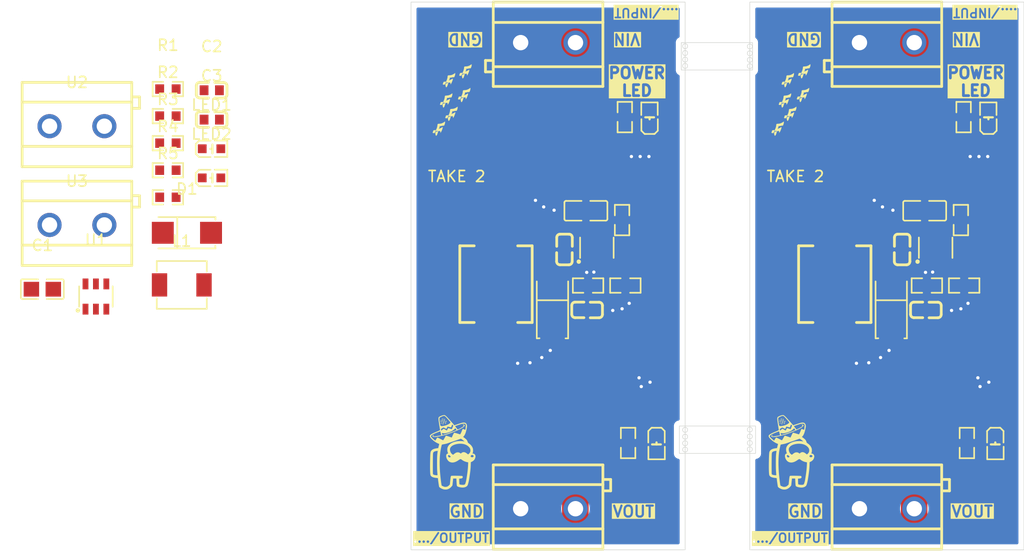
<source format=kicad_pcb>
(kicad_pcb (version 20241229) (generator "pcbnew") (generator_version "9.0")
  (layers (0 "F.Cu" signal) (2 "B.Cu" signal) (13 "F.Paste" user) (15 "B.Paste" user) (5 "F.SilkS" user "F.Silkscreen") (7 "B.SilkS" user "B.Silkscreen") (1 "F.Mask" user) (3 "B.Mask" user) (25 "Edge.Cuts" user))
  (net 0 "")
  (net 1 "/VIN")
  (net 2 "/GND")
  (net 3 "/VOUT")
  (net 4 "Net-(U1-BST)")
  (net 5 "Net-(D1-K)")
  (net 6 "Net-(LED1-A)")
  (net 7 "Net-(LED2-A)")
  (net 8 "Net-(U1-FB)")
  (net 9 "Net-(U1-EN)")
  (footprint "easyeda2kicad:LED0603-R-RD" (layer "F.Cu") (at 181.405 57.74)
    (property "Reference" "LED1" (at 0 -4 0) (layer "F.SilkS"))
    (property "Value" "VIN LED")
    (pad "1" smd rect (at 0.85 0 90) (size 0.8 0.8) (layers "F.Cu" "F.Mask" "F.Paste") (net 6 "Net-(LED1-A)"))
    (pad "2" smd rect (at -0.85 0 90) (size 0.8 0.8) (layers "F.Cu" "F.Mask" "F.Paste") (net 2 "/GND"))
  )
  (footprint "easyeda2kicad:CONN-TH_P5.00_KF301-5.0-2P" (layer "F.Cu") (at 169.13 55.68)
    (property "Reference" "U2" (at 0 -4 0) (layer "F.SilkS"))
    (property "Value" "INPUT")
    (pad "1" thru_hole circle (at -2.5 0) (size 2.2 2.2) (drill 1.399997) (layers "*.Cu" "*.Mask") (net 1 "/VIN"))
    (pad "2" thru_hole circle (at 2.5 0) (size 2.2 2.2) (drill 1.399997) (layers "*.Cu" "*.Mask") (net 2 "/GND"))
  )
  (footprint "easyeda2kicad:C0603" (layer "F.Cu") (at 213.6 66.925 90)
    (property "Reference" "C3" (hide yes))
    (property "Value" "100nF/16V" (hide yes))
    (pad "1" smd rect (at -0.7 0 90) (size 0.8 0.9) (layers "F.Cu" "F.Mask" "F.Paste") (net 4 "Net-(U1-BST)"))
    (pad "2" smd rect (at 0.7 0 90) (size 0.8 0.9) (layers "F.Cu" "F.Mask" "F.Paste") (net 5 "Net-(D1-K)"))
  )
  (footprint "LOGO" (layer "F.Cu") (at 232.945334 83.847373)
    (property "Reference" "G***" (hide yes))
    (property "Value" "LOGO" (hide yes))
  )
  (footprint "easyeda2kicad:C0603" (layer "F.Cu") (at 244.4 66.925 90)
    (property "Reference" "C3" (hide yes))
    (property "Value" "100nF/16V" (hide yes))
    (pad "1" smd rect (at -0.7 0 90) (size 0.8 0.9) (layers "F.Cu" "F.Mask" "F.Paste") (net 4 "Net-(U1-BST)"))
    (pad "2" smd rect (at 0.7 0 90) (size 0.8 0.9) (layers "F.Cu" "F.Mask" "F.Paste") (net 5 "Net-(D1-K)"))
  )
  (footprint "LOGO" (layer "F.Cu") (at 202.045334 83.847373)
    (property "Reference" "G***" (hide yes))
    (property "Value" "LOGO" (hide yes))
  )
  (footprint "LOGO" (layer "F.Cu") (at 234.3 53.25 180)
    (property "Reference" "G***" (hide yes))
    (property "Value" "LOGO" (hide yes))
  )
  (footprint "easyeda2kicad:SMA_L4.3-W2.6-LS5.2-RD" (layer "F.Cu") (at 243.4 72.45 -90)
    (property "Reference" "D1" (hide yes))
    (property "Value" "SS34" (hide yes))
    (pad "1" smd rect (at -2.2 0 90) (size 2 2) (layers "F.Cu" "F.Mask" "F.Paste") (net 5 "Net-(D1-K)"))
    (pad "2" smd rect (at 2.2 0 90) (size 2 2) (layers "F.Cu" "F.Mask" "F.Paste") (net 2 "/GND"))
  )
  (footprint "easyeda2kicad:LED0603-R-RD" (layer "F.Cu") (at 181.405 60.4)
    (property "Reference" "LED2" (at 0 -4 0) (layer "F.SilkS"))
    (property "Value" "VIN LED")
    (pad "1" smd rect (at 0.85 0 90) (size 0.8 0.8) (layers "F.Cu" "F.Mask" "F.Paste") (net 7 "Net-(LED2-A)"))
    (pad "2" smd rect (at -0.85 0 90) (size 0.8 0.8) (layers "F.Cu" "F.Mask" "F.Paste") (net 2 "/GND"))
  )
  (footprint "easyeda2kicad:R0603" (layer "F.Cu") (at 250.05 70.225 180)
    (property "Reference" "R2" (hide yes))
    (property "Value" "RG" (hide yes))
    (pad "1" smd rect (at -0.75 0 180) (size 0.81 0.86) (layers "F.Cu" "F.Mask" "F.Paste") (net 2 "/GND"))
    (pad "2" smd rect (at 0.75 0 180) (size 0.81 0.86) (layers "F.Cu" "F.Mask" "F.Paste") (net 8 "Net-(U1-FB)"))
  )
  (footprint "easyeda2kicad:SMA_L4.3-W2.6-LS5.2-RD" (layer "F.Cu") (at 179.16 65.41)
    (property "Reference" "D1" (at 0 -4 0) (layer "F.SilkS"))
    (property "Value" "SS34")
    (pad "1" smd rect (at -2.2 0 180) (size 2 2) (layers "F.Cu" "F.Mask" "F.Paste") (net 5 "Net-(D1-K)"))
    (pad "2" smd rect (at 2.2 0 180) (size 2 2) (layers "F.Cu" "F.Mask" "F.Paste") (net 2 "/GND"))
  )
  (footprint "easyeda2kicad:R0603" (layer "F.Cu") (at 177.425 59.7)
    (property "Reference" "R4" (at 0 -4 0) (layer "F.SilkS"))
    (property "Value" "60K")
    (pad "1" smd rect (at -0.75 0) (size 0.81 0.86) (layers "F.Cu" "F.Mask" "F.Paste") (net 6 "Net-(LED1-A)"))
    (pad "2" smd rect (at 0.75 0) (size 0.81 0.86) (layers "F.Cu" "F.Mask" "F.Paste") (net 1 "/VIN"))
  )
  (footprint "LOGO" (layer "F.Cu") (at 203.4 53.25 180)
    (property "Reference" "G***" (hide yes))
    (property "Value" "LOGO" (hide yes))
  )
  (footprint "easyeda2kicad:IND-SMD_L7.0-W6.6_0630CDMCCDS" (layer "F.Cu") (at 238.25 70.1 90)
    (property "Reference" "L1" (hide yes))
    (property "Value" "10uH" (hide yes))
    (pad "1" smd rect (at -3.03 0 90) (size 2.35 3.5) (layers "F.Cu" "F.Mask" "F.Paste") (net 3 "/VOUT"))
    (pad "2" smd rect (at 3.03 0 90) (size 2.35 3.5) (layers "F.Cu" "F.Mask" "F.Paste") (net 5 "Net-(D1-K)"))
  )
  (footprint "easyeda2kicad:R0603" (layer "F.Cu") (at 246.65 70.225 180)
    (property "Reference" "R1" (hide yes))
    (property "Value" "RF" (hide yes))
    (pad "1" smd rect (at -0.75 0 180) (size 0.81 0.86) (layers "F.Cu" "F.Mask" "F.Paste") (net 8 "Net-(U1-FB)"))
    (pad "2" smd rect (at 0.75 0 180) (size 0.81 0.86) (layers "F.Cu" "F.Mask" "F.Paste") (net 3 "/VOUT"))
  )
  (footprint "easyeda2kicad:C0603" (layer "F.Cu") (at 181.425 55.08)
    (property "Reference" "C3" (at 0 -4 0) (layer "F.SilkS"))
    (property "Value" "100nF/16V")
    (pad "1" smd rect (at -0.7 0) (size 0.8 0.9) (layers "F.Cu" "F.Mask" "F.Paste") (net 4 "Net-(U1-BST)"))
    (pad "2" smd rect (at 0.7 0) (size 0.8 0.9) (layers "F.Cu" "F.Mask" "F.Paste") (net 5 "Net-(D1-K)"))
  )
  (footprint "easyeda2kicad:R0603" (layer "F.Cu") (at 218.85 64.25 -90)
    (property "Reference" "R3" (hide yes))
    (property "Value" "RF" (hide yes))
    (pad "1" smd rect (at -0.75 0 270) (size 0.81 0.86) (layers "F.Cu" "F.Mask" "F.Paste") (net 1 "/VIN"))
    (pad "2" smd rect (at 0.75 0 270) (size 0.81 0.86) (layers "F.Cu" "F.Mask" "F.Paste") (net 9 "Net-(U1-EN)"))
  )
  (footprint "easyeda2kicad:R0603" (layer "F.Cu") (at 250.3 84.6 90)
    (property "Reference" "R5" (hide yes))
    (property "Value" "1K" (hide yes))
    (pad "1" smd rect (at -0.75 0 90) (size 0.81 0.86) (layers "F.Cu" "F.Mask" "F.Paste") (net 7 "Net-(LED2-A)"))
    (pad "2" smd rect (at 0.75 0 90) (size 0.81 0.86) (layers "F.Cu" "F.Mask" "F.Paste") (net 3 "/VOUT"))
  )
  (footprint "easyeda2kicad:C0805" (layer "F.Cu") (at 246.45 63.4)
    (property "Reference" "C1" (hide yes))
    (property "Value" "10uF/50V" (hide yes))
    (pad "1" smd rect (at -1 0) (size 1.41 1.35) (layers "F.Cu" "F.Mask" "F.Paste") (net 2 "/GND"))
    (pad "2" smd rect (at 1 0) (size 1.41 1.35) (layers "F.Cu" "F.Mask" "F.Paste") (net 1 "/VIN"))
  )
  (footprint "easyeda2kicad:C0603" (layer "F.Cu") (at 181.425 52.4)
    (property "Reference" "C2" (at 0 -4 0) (layer "F.SilkS"))
    (property "Value" "10uF/10V")
    (pad "1" smd rect (at -0.7 0) (size 0.8 0.9) (layers "F.Cu" "F.Mask" "F.Paste") (net 2 "/GND"))
    (pad "2" smd rect (at 0.7 0) (size 0.8 0.9) (layers "F.Cu" "F.Mask" "F.Paste") (net 3 "/VOUT"))
  )
  (footprint "easyeda2kicad:R0603" (layer "F.Cu") (at 219.15 70.225 180)
    (property "Reference" "R2" (hide yes))
    (property "Value" "RG" (hide yes))
    (pad "1" smd rect (at -0.75 0 180) (size 0.81 0.86) (layers "F.Cu" "F.Mask" "F.Paste") (net 2 "/GND"))
    (pad "2" smd rect (at 0.75 0 180) (size 0.81 0.86) (layers "F.Cu" "F.Mask" "F.Paste") (net 8 "Net-(U1-FB)"))
  )
  (footprint "easyeda2kicad:R0603" (layer "F.Cu") (at 177.425 52.29)
    (property "Reference" "R1" (at 0 -4 0) (layer "F.SilkS"))
    (property "Value" "RF")
    (pad "1" smd rect (at -0.75 0) (size 0.81 0.86) (layers "F.Cu" "F.Mask" "F.Paste") (net 8 "Net-(U1-FB)"))
    (pad "2" smd rect (at 0.75 0) (size 0.81 0.86) (layers "F.Cu" "F.Mask" "F.Paste") (net 3 "/VOUT"))
  )
  (footprint "easyeda2kicad:R0603" (layer "F.Cu") (at 177.425 54.76)
    (property "Reference" "R2" (at 0 -4 0) (layer "F.SilkS"))
    (property "Value" "RG")
    (pad "1" smd rect (at -0.75 0) (size 0.81 0.86) (layers "F.Cu" "F.Mask" "F.Paste") (net 2 "/GND"))
    (pad "2" smd rect (at 0.75 0) (size 0.81 0.86) (layers "F.Cu" "F.Mask" "F.Paste") (net 8 "Net-(U1-FB)"))
  )
  (footprint "easyeda2kicad:C0805" (layer "F.Cu") (at 215.55 63.4)
    (property "Reference" "C1" (hide yes))
    (property "Value" "10uF/50V" (hide yes))
    (pad "1" smd rect (at -1 0) (size 1.41 1.35) (layers "F.Cu" "F.Mask" "F.Paste") (net 2 "/GND"))
    (pad "2" smd rect (at 1 0) (size 1.41 1.35) (layers "F.Cu" "F.Mask" "F.Paste") (net 1 "/VIN"))
  )
  (footprint "easyeda2kicad:CONN-TH_P5.00_KF301-5.0-2P" (layer "F.Cu") (at 212.1 48.05 180)
    (property "Reference" "U2" (hide yes))
    (property "Value" "INPUT" (hide yes))
    (pad "1" thru_hole circle (at -2.5 0 180) (size 2.2 2.2) (drill 1.399997) (layers "*.Cu" "*.Mask") (net 1 "/VIN"))
    (pad "2" thru_hole circle (at 2.5 0 180) (size 2.2 2.2) (drill 1.399997) (layers "*.Cu" "*.Mask") (net 2 "/GND"))
  )
  (footprint "easyeda2kicad:R0603" (layer "F.Cu") (at 215.75 70.225 180)
    (property "Reference" "R1" (hide yes))
    (property "Value" "RF" (hide yes))
    (pad "1" smd rect (at -0.75 0 180) (size 0.81 0.86) (layers "F.Cu" "F.Mask" "F.Paste") (net 8 "Net-(U1-FB)"))
    (pad "2" smd rect (at 0.75 0 180) (size 0.81 0.86) (layers "F.Cu" "F.Mask" "F.Paste") (net 3 "/VOUT"))
  )
  (footprint "easyeda2kicad:C0805" (layer "F.Cu") (at 165.975 70.56)
    (property "Reference" "C1" (at 0 -4 0) (layer "F.SilkS"))
    (property "Value" "10uF/50V")
    (pad "1" smd rect (at -1 0) (size 1.41 1.35) (layers "F.Cu" "F.Mask" "F.Paste") (net 2 "/GND"))
    (pad "2" smd rect (at 1 0) (size 1.41 1.35) (layers "F.Cu" "F.Mask" "F.Paste") (net 1 "/VIN"))
  )
  (footprint "easyeda2kicad:SOT-23-6_L2.9-W1.7-P0.95-LS2.8-BL" (layer "F.Cu") (at 247.45 66.775)
    (property "Reference" "U1" (hide yes))
    (property "Value" "LGS5145" (hide yes))
    (pad "1" smd rect (at -0.95 1.15) (size 0.53 0.99) (layers "F.Cu" "F.Mask" "F.Paste") (net 4 "Net-(U1-BST)"))
    (pad "2" smd rect (at 0 1.15) (size 0.53 0.99) (layers "F.Cu" "F.Mask" "F.Paste") (net 2 "/GND"))
    (pad "3" smd rect (at 0.95 1.15) (size 0.53 0.99) (layers "F.Cu" "F.Mask" "F.Paste") (net 8 "Net-(U1-FB)"))
    (pad "4" smd rect (at 0.95 -1.15) (size 0.53 0.99) (layers "F.Cu" "F.Mask" "F.Paste") (net 9 "Net-(U1-EN)"))
    (pad "5" smd rect (at 0 -1.15) (size 0.53 0.99) (layers "F.Cu" "F.Mask" "F.Paste") (net 1 "/VIN"))
    (pad "6" smd rect (at -0.95 -1.15) (size 0.53 0.99) (layers "F.Cu" "F.Mask" "F.Paste") (net 5 "Net-(D1-K)"))
  )
  (footprint "easyeda2kicad:SOT-23-6_L2.9-W1.7-P0.95-LS2.8-BL" (layer "F.Cu") (at 170.86 71.23)
    (property "Reference" "U1" (at 0 -5.15 0) (layer "F.SilkS"))
    (property "Value" "LGS5145")
    (pad "1" smd rect (at -0.95 1.15) (size 0.53 0.99) (layers "F.Cu" "F.Mask" "F.Paste") (net 4 "Net-(U1-BST)"))
    (pad "2" smd rect (at 0 1.15) (size 0.53 0.99) (layers "F.Cu" "F.Mask" "F.Paste") (net 2 "/GND"))
    (pad "3" smd rect (at 0.95 1.15) (size 0.53 0.99) (layers "F.Cu" "F.Mask" "F.Paste") (net 8 "Net-(U1-FB)"))
    (pad "4" smd rect (at 0.95 -1.15) (size 0.53 0.99) (layers "F.Cu" "F.Mask" "F.Paste") (net 9 "Net-(U1-EN)"))
    (pad "5" smd rect (at 0 -1.15) (size 0.53 0.99) (layers "F.Cu" "F.Mask" "F.Paste") (net 1 "/VIN"))
    (pad "6" smd rect (at -0.95 -1.15) (size 0.53 0.99) (layers "F.Cu" "F.Mask" "F.Paste") (net 5 "Net-(D1-K)"))
  )
  (footprint "easyeda2kicad:R0603" (layer "F.Cu") (at 219.4 84.6 90)
    (property "Reference" "R5" (hide yes))
    (property "Value" "1K" (hide yes))
    (pad "1" smd rect (at -0.75 0 90) (size 0.81 0.86) (layers "F.Cu" "F.Mask" "F.Paste") (net 7 "Net-(LED2-A)"))
    (pad "2" smd rect (at 0.75 0 90) (size 0.81 0.86) (layers "F.Cu" "F.Mask" "F.Paste") (net 3 "/VOUT"))
  )
  (footprint "easyeda2kicad:LED0603-R-RD" (layer "F.Cu") (at 252.25 54.95 90)
    (property "Reference" "LED1" (hide yes))
    (property "Value" "VIN LED" (hide yes))
    (pad "1" smd rect (at 0.85 0 180) (size 0.8 0.8) (layers "F.Cu" "F.Mask" "F.Paste") (net 6 "Net-(LED1-A)"))
    (pad "2" smd rect (at -0.85 0 180) (size 0.8 0.8) (layers "F.Cu" "F.Mask" "F.Paste") (net 2 "/GND"))
  )
  (footprint "easyeda2kicad:CONN-TH_P5.00_KF301-5.0-2P" (layer "F.Cu") (at 243 90.6)
    (property "Reference" "U3" (hide yes))
    (property "Value" "OUTPUT" (hide yes))
    (pad "1" thru_hole circle (at -2.5 0) (size 2.2 2.2) (drill 1.399997) (layers "*.Cu" "*.Mask") (net 2 "/GND"))
    (pad "2" thru_hole circle (at 2.5 0) (size 2.2 2.2) (drill 1.399997) (layers "*.Cu" "*.Mask") (net 3 "/VOUT"))
  )
  (footprint "easyeda2kicad:CONN-TH_P5.00_KF301-5.0-2P" (layer "F.Cu") (at 169.13 64.695)
    (property "Reference" "U3" (at 0 -4 0) (layer "F.SilkS"))
    (property "Value" "OUTPUT")
    (pad "1" thru_hole circle (at -2.5 0) (size 2.2 2.2) (drill 1.399997) (layers "*.Cu" "*.Mask") (net 2 "/GND"))
    (pad "2" thru_hole circle (at 2.5 0) (size 2.2 2.2) (drill 1.399997) (layers "*.Cu" "*.Mask") (net 3 "/VOUT"))
  )
  (footprint "easyeda2kicad:SOT-23-6_L2.9-W1.7-P0.95-LS2.8-BL" (layer "F.Cu") (at 216.55 66.775)
    (property "Reference" "U1" (hide yes))
    (property "Value" "LGS5145" (hide yes))
    (pad "1" smd rect (at -0.95 1.15) (size 0.53 0.99) (layers "F.Cu" "F.Mask" "F.Paste") (net 4 "Net-(U1-BST)"))
    (pad "2" smd rect (at 0 1.15) (size 0.53 0.99) (layers "F.Cu" "F.Mask" "F.Paste") (net 2 "/GND"))
    (pad "3" smd rect (at 0.95 1.15) (size 0.53 0.99) (layers "F.Cu" "F.Mask" "F.Paste") (net 8 "Net-(U1-FB)"))
    (pad "4" smd rect (at 0.95 -1.15) (size 0.53 0.99) (layers "F.Cu" "F.Mask" "F.Paste") (net 9 "Net-(U1-EN)"))
    (pad "5" smd rect (at 0 -1.15) (size 0.53 0.99) (layers "F.Cu" "F.Mask" "F.Paste") (net 1 "/VIN"))
    (pad "6" smd rect (at -0.95 -1.15) (size 0.53 0.99) (layers "F.Cu" "F.Mask" "F.Paste") (net 5 "Net-(D1-K)"))
  )
  (footprint "easyeda2kicad:R0603" (layer "F.Cu") (at 177.425 62.17)
    (property "Reference" "R5" (at 0 -4 0) (layer "F.SilkS"))
    (property "Value" "1K")
    (pad "1" smd rect (at -0.75 0) (size 0.81 0.86) (layers "F.Cu" "F.Mask" "F.Paste") (net 7 "Net-(LED2-A)"))
    (pad "2" smd rect (at 0.75 0) (size 0.81 0.86) (layers "F.Cu" "F.Mask" "F.Paste") (net 3 "/VOUT"))
  )
  (footprint "easyeda2kicad:CONN-TH_P5.00_KF301-5.0-2P" (layer "F.Cu") (at 212.1 90.6)
    (property "Reference" "U3" (hide yes))
    (property "Value" "OUTPUT" (hide yes))
    (pad "1" thru_hole circle (at -2.5 0) (size 2.2 2.2) (drill 1.399997) (layers "*.Cu" "*.Mask") (net 2 "/GND"))
    (pad "2" thru_hole circle (at 2.5 0) (size 2.2 2.2) (drill 1.399997) (layers "*.Cu" "*.Mask") (net 3 "/VOUT"))
  )
  (footprint "easyeda2kicad:R0603" (layer "F.Cu") (at 177.425 57.23)
    (property "Reference" "R3" (at 0 -4 0) (layer "F.SilkS"))
    (property "Value" "RF")
    (pad "1" smd rect (at -0.75 0) (size 0.81 0.86) (layers "F.Cu" "F.Mask" "F.Paste") (net 1 "/VIN"))
    (pad "2" smd rect (at 0.75 0) (size 0.81 0.86) (layers "F.Cu" "F.Mask" "F.Paste") (net 9 "Net-(U1-EN)"))
  )
  (footprint "easyeda2kicad:IND-SMD_L7.0-W6.6_0630CDMCCDS" (layer "F.Cu") (at 207.35 70.1 90)
    (property "Reference" "L1" (hide yes))
    (property "Value" "10uH" (hide yes))
    (pad "1" smd rect (at -3.03 0 90) (size 2.35 3.5) (layers "F.Cu" "F.Mask" "F.Paste") (net 3 "/VOUT"))
    (pad "2" smd rect (at 3.03 0 90) (size 2.35 3.5) (layers "F.Cu" "F.Mask" "F.Paste") (net 5 "Net-(D1-K)"))
  )
  (footprint "easyeda2kicad:LED0603-R-RD" (layer "F.Cu") (at 221.35 54.95 90)
    (property "Reference" "LED1" (hide yes))
    (property "Value" "VIN LED" (hide yes))
    (pad "1" smd rect (at 0.85 0 180) (size 0.8 0.8) (layers "F.Cu" "F.Mask" "F.Paste") (net 6 "Net-(LED1-A)"))
    (pad "2" smd rect (at -0.85 0 180) (size 0.8 0.8) (layers "F.Cu" "F.Mask" "F.Paste") (net 2 "/GND"))
  )
  (footprint "easyeda2kicad:LED0603-R-RD" (layer "F.Cu") (at 222 84.65 -90)
    (property "Reference" "LED2" (hide yes))
    (property "Value" "VIN LED" (hide yes))
    (pad "1" smd rect (at 0.85 0) (size 0.8 0.8) (layers "F.Cu" "F.Mask" "F.Paste") (net 7 "Net-(LED2-A)"))
    (pad "2" smd rect (at -0.85 0) (size 0.8 0.8) (layers "F.Cu" "F.Mask" "F.Paste") (net 2 "/GND"))
  )
  (footprint "easyeda2kicad:R0603" (layer "F.Cu") (at 219.1 54.85 -90)
    (property "Reference" "R4" (hide yes))
    (property "Value" "60K" (hide yes))
    (pad "1" smd rect (at -0.75 0 270) (size 0.81 0.86) (layers "F.Cu" "F.Mask" "F.Paste") (net 6 "Net-(LED1-A)"))
    (pad "2" smd rect (at 0.75 0 270) (size 0.81 0.86) (layers "F.Cu" "F.Mask" "F.Paste") (net 1 "/VIN"))
  )
  (footprint "easyeda2kicad:C0603" (layer "F.Cu") (at 246.55 72.45 180)
    (property "Reference" "C2" (hide yes))
    (property "Value" "10uF/10V" (hide yes))
    (pad "1" smd rect (at -0.7 0 180) (size 0.8 0.9) (layers "F.Cu" "F.Mask" "F.Paste") (net 2 "/GND"))
    (pad "2" smd rect (at 0.7 0 180) (size 0.8 0.9) (layers "F.Cu" "F.Mask" "F.Paste") (net 3 "/VOUT"))
  )
  (footprint "easyeda2kicad:C0603" (layer "F.Cu") (at 215.65 72.45 180)
    (property "Reference" "C2" (hide yes))
    (property "Value" "10uF/10V" (hide yes))
    (pad "1" smd rect (at -0.7 0 180) (size 0.8 0.9) (layers "F.Cu" "F.Mask" "F.Paste") (net 2 "/GND"))
    (pad "2" smd rect (at 0.7 0 180) (size 0.8 0.9) (layers "F.Cu" "F.Mask" "F.Paste") (net 3 "/VOUT"))
  )
  (footprint "easyeda2kicad:IND-SMD_L4.4-W4.2" (layer "F.Cu") (at 178.69 70.17)
    (property "Reference" "L1" (at 0 -4 0) (layer "F.SilkS"))
    (property "Value" "FXL0420-4R7-M")
    (pad "1" smd rect (at 2.03 0) (size 1.4 2.12) (layers "F.Cu" "F.Mask" "F.Paste") (net 3 "/VOUT"))
    (pad "2" smd rect (at -2.03 0) (size 1.4 2.12) (layers "F.Cu" "F.Mask" "F.Paste") (net 5 "Net-(D1-K)"))
  )
  (footprint "easyeda2kicad:R0603" (layer "F.Cu") (at 250 54.85 -90)
    (property "Reference" "R4" (hide yes))
    (property "Value" "60K" (hide yes))
    (pad "1" smd rect (at -0.75 0 270) (size 0.81 0.86) (layers "F.Cu" "F.Mask" "F.Paste") (net 6 "Net-(LED1-A)"))
    (pad "2" smd rect (at 0.75 0 270) (size 0.81 0.86) (layers "F.Cu" "F.Mask" "F.Paste") (net 1 "/VIN"))
  )
  (footprint "easyeda2kicad:LED0603-R-RD" (layer "F.Cu") (at 252.9 84.65 -90)
    (property "Reference" "LED2" (hide yes))
    (property "Value" "VIN LED" (hide yes))
    (pad "1" smd rect (at 0.85 0) (size 0.8 0.8) (layers "F.Cu" "F.Mask" "F.Paste") (net 7 "Net-(LED2-A)"))
    (pad "2" smd rect (at -0.85 0) (size 0.8 0.8) (layers "F.Cu" "F.Mask" "F.Paste") (net 2 "/GND"))
  )
  (footprint "easyeda2kicad:SMA_L4.3-W2.6-LS5.2-RD" (layer "F.Cu") (at 212.5 72.45 -90)
    (property "Reference" "D1" (hide yes))
    (property "Value" "SS34" (hide yes))
    (pad "1" smd rect (at -2.2 0 90) (size 2 2) (layers "F.Cu" "F.Mask" "F.Paste") (net 5 "Net-(D1-K)"))
    (pad "2" smd rect (at 2.2 0 90) (size 2 2) (layers "F.Cu" "F.Mask" "F.Paste") (net 2 "/GND"))
  )
  (footprint "easyeda2kicad:R0603" (layer "F.Cu") (at 249.75 64.25 -90)
    (property "Reference" "R3" (hide yes))
    (property "Value" "RF" (hide yes))
    (pad "1" smd rect (at -0.75 0 270) (size 0.81 0.86) (layers "F.Cu" "F.Mask" "F.Paste") (net 1 "/VIN"))
    (pad "2" smd rect (at 0.75 0 270) (size 0.81 0.86) (layers "F.Cu" "F.Mask" "F.Paste") (net 9 "Net-(U1-EN)"))
  )
  (footprint "easyeda2kicad:CONN-TH_P5.00_KF301-5.0-2P" (layer "F.Cu") (at 243 48.05 180)
    (property "Reference" "U2" (hide yes))
    (property "Value" "INPUT" (hide yes))
    (pad "1" thru_hole circle (at -2.5 0 180) (size 2.2 2.2) (drill 1.399997) (layers "*.Cu" "*.Mask") (net 1 "/VIN"))
    (pad "2" thru_hole circle (at 2.5 0 180) (size 2.2 2.2) (drill 1.399997) (layers "*.Cu" "*.Mask") (net 2 "/GND"))
  )
  (gr_circle (center 230.5 84) (end 230.725 84) (stroke (width 0.05)) (fill no) (layer "Edge.Cuts"))
  (gr_circle (center 224.6 50.175) (end 224.825 50.175) (stroke (width 0.05)) (fill no) (layer "Edge.Cuts"))
  (gr_rect (start 224.075 83.05) (end 231.025 85.55) (stroke (width 0.05)) (fill no) (layer "Edge.Cuts"))
  (gr_circle (center 224.6 85.2) (end 224.825 85.2) (stroke (width 0.05)) (fill no) (layer "Edge.Cuts"))
  (gr_circle (center 230.5 49.625) (end 230.725 49.625) (stroke (width 0.05)) (fill no) (layer "Edge.Cuts"))
  (gr_rect (start 199.6 44.35) (end 224.6 94.35) (stroke (width 0.05)) (fill no) (layer "Edge.Cuts"))
  (gr_circle (center 230.5 49.025) (end 230.725 49.025) (stroke (width 0.05)) (fill no) (layer "Edge.Cuts"))
  (gr_circle (center 230.5 48.4) (end 230.725 48.4) (stroke (width 0.05)) (fill no) (layer "Edge.Cuts"))
  (gr_circle (center 224.6 83.4) (end 224.825 83.4) (stroke (width 0.05)) (fill no) (layer "Edge.Cuts"))
  (gr_circle (center 224.6 49.6) (end 224.825 49.6) (stroke (width 0.05)) (fill no) (layer "Edge.Cuts"))
  (gr_circle (center 230.5 83.375) (end 230.725 83.375) (stroke (width 0.05)) (fill no) (layer "Edge.Cuts"))
  (gr_rect (start 230.5 44.35) (end 255.5 94.35) (stroke (width 0.05)) (fill no) (layer "Edge.Cuts"))
  (gr_circle (center 224.6 84.025) (end 224.825 84.025) (stroke (width 0.05)) (fill no) (layer "Edge.Cuts"))
  (gr_circle (center 230.5 85.175) (end 230.725 85.175) (stroke (width 0.05)) (fill no) (layer "Edge.Cuts"))
  (gr_circle (center 224.6 49) (end 224.825 49) (stroke (width 0.05)) (fill no) (layer "Edge.Cuts"))
  (gr_rect (start 224.25 48.05) (end 230.75 50.55) (stroke (width 0.05)) (fill no) (layer "Edge.Cuts"))
  (gr_circle (center 224.6 48.375) (end 224.825 48.375) (stroke (width 0.05)) (fill no) (layer "Edge.Cuts"))
  (gr_circle (center 224.6 84.625) (end 224.825 84.625) (stroke (width 0.05)) (fill no) (layer "Edge.Cuts"))
  (gr_circle (center 230.5 50.2) (end 230.725 50.2) (stroke (width 0.05)) (fill no) (layer "Edge.Cuts"))
  (gr_circle (center 230.5 84.6) (end 230.725 84.6) (stroke (width 0.05)) (fill no) (layer "Edge.Cuts"))
  (gr_text "TAKE 2" (at 201.05 60.85 0) (layer "F.SilkS") (effects (font (size 1 1)) (justify left bottom)))
  (gr_text "VOUT\n" (at 248.8 91.45 0) (layer "F.SilkS" knockout) (effects (font (size 1 1) (thickness 0.2) (bold yes)) (justify left bottom)))
  (gr_text "..../INPUT" (at 255 44.85 180) (layer "F.SilkS" knockout) (effects (font (size 0.8 0.8) (thickness 0.16) (bold yes)) (justify left bottom)))
  (gr_text "GND\n" (at 233.9 91.45 0) (layer "F.SilkS" knockout) (effects (font (size 1 1) (thickness 0.2) (bold yes)) (justify left bottom)))
  (gr_text "GND" (at 237.1 47.15 180) (layer "F.SilkS" knockout) (effects (font (size 1 1) (thickness 0.2) (bold yes)) (justify left bottom)))
  (gr_text "TAKE 2" (at 231.95 60.85 0) (layer "F.SilkS") (effects (font (size 1 1)) (justify left bottom)))
  (gr_text "POWER\nLED" (at 251.1 53.025 0) (layer "F.SilkS" knockout) (effects (font (size 1 1) (thickness 0.25) (bold yes)) (justify bottom)))
  (gr_text "VIN" (at 251.5 47.15 180) (layer "F.SilkS" knockout) (effects (font (size 1 1) (thickness 0.2) (bold yes)) (justify left bottom)))
  (gr_text "GND\n" (at 203 91.45 0) (layer "F.SilkS" knockout) (effects (font (size 1 1) (thickness 0.2) (bold yes)) (justify left bottom)))
  (gr_text "VIN" (at 220.6 47.15 180) (layer "F.SilkS" knockout) (effects (font (size 1 1) (thickness 0.2) (bold yes)) (justify left bottom)))
  (gr_text "VOUT\n" (at 217.9 91.45 0) (layer "F.SilkS" knockout) (effects (font (size 1 1) (thickness 0.2) (bold yes)) (justify left bottom)))
  (gr_text "..../OUTPUT" (at 199.7 93.75 0) (layer "F.SilkS" knockout) (effects (font (size 0.8 0.8) (thickness 0.16) (bold yes)) (justify left bottom)))
  (gr_text "POWER\nLED" (at 220.2 53.025 0) (layer "F.SilkS" knockout) (effects (font (size 1 1) (thickness 0.25) (bold yes)) (justify bottom)))
  (gr_text "..../OUTPUT" (at 230.6 93.75 0) (layer "F.SilkS" knockout) (effects (font (size 0.8 0.8) (thickness 0.16) (bold yes)) (justify left bottom)))
  (gr_text "..../INPUT" (at 224.1 44.85 180) (layer "F.SilkS" knockout) (effects (font (size 0.8 0.8) (thickness 0.16) (bold yes)) (justify left bottom)))
  (gr_text "GND" (at 206.2 47.15 180) (layer "F.SilkS" knockout) (effects (font (size 1 1) (thickness 0.2) (bold yes)) (justify left bottom)))
  (segment (start 217.85 55.6) (end 214.6 52.35) (width 0.4) (layer "F.Cu") (net 1))
  (segment (start 250 55.6) (end 248.75 55.6) (width 0.4) (layer "F.Cu") (net 1))
  (segment (start 245.5 52.35) (end 245.5 48.05) (width 0.4) (layer "F.Cu") (net 1))
  (segment (start 214.6 52.35) (end 214.6 48.05) (width 0.4) (layer "F.Cu") (net 1))
  (segment (start 248.75 55.6) (end 245.5 52.35) (width 0.4) (layer "F.Cu") (net 1))
  (segment (start 219.1 55.6) (end 217.85 55.6) (width 0.4) (layer "F.Cu") (net 1))
  (via (at 221.3 58.45) (size 0.6) (drill 0.3) (layers "F.Cu" "B.Cu") (net 2))
  (via (at 209.325 77.325) (size 0.6) (drill 0.3) (layers "F.Cu" "B.Cu") (net 2))
  (via (at 251.5 79.45) (size 0.6) (drill 0.3) (layers "F.Cu" "B.Cu") (net 2))
  (via (at 218 72.5) (size 0.6) (drill 0.3) (layers "F.Cu" "B.Cu") (net 2))
  (via (at 219.7 58.45) (size 0.6) (drill 0.3) (layers "F.Cu" "B.Cu") (net 2))
  (via (at 251.4 58.45) (size 0.6) (drill 0.3) (layers "F.Cu" "B.Cu") (net 2))
  (via (at 246.525 69.025) (size 0.6) (drill 0.3) (layers "F.Cu" "B.Cu") (net 2))
  (via (at 218.85 72.35) (size 0.6) (drill 0.3) (layers "F.Cu" "B.Cu") (net 2))
  (via (at 220.5 58.45) (size 0.6) (drill 0.3) (layers "F.Cu" "B.Cu") (net 2))
  (via (at 211.7 63.05) (size 0.6) (drill 0.3) (layers "F.Cu" "B.Cu") (net 2))
  (via (at 221.4 79.05) (size 0.6) (drill 0.3) (layers "F.Cu" "B.Cu") (net 2))
  (via (at 216.275 69) (size 0.6) (drill 0.3) (layers "F.Cu" "B.Cu") (net 2))
  (via (at 240.225 77.325) (size 0.6) (drill 0.3) (layers "F.Cu" "B.Cu") (net 2))
  (via (at 241.85 62.45) (size 0.6) (drill 0.3) (layers "F.Cu" "B.Cu") (net 2))
  (via (at 219.5 71.85) (size 0.6) (drill 0.3) (layers "F.Cu" "B.Cu") (net 2))
  (via (at 220.4 78.65) (size 0.6) (drill 0.3) (layers "F.Cu" "B.Cu") (net 2))
  (via (at 241.35 77.275) (size 0.6) (drill 0.3) (layers "F.Cu" "B.Cu") (net 2))
  (via (at 211.525 76.8) (size 0.6) (drill 0.3) (layers "F.Cu" "B.Cu") (net 2))
  (via (at 210.95 62.45) (size 0.6) (drill 0.3) (layers "F.Cu" "B.Cu") (net 2))
  (via (at 210.45 77.275) (size 0.6) (drill 0.3) (layers "F.Cu" "B.Cu") (net 2))
  (via (at 249.75 72.35) (size 0.6) (drill 0.3) (layers "F.Cu" "B.Cu") (net 2))
  (via (at 215.625 69.025) (size 0.6) (drill 0.3) (layers "F.Cu" "B.Cu") (net 2))
  (via (at 250.4 71.85) (size 0.6) (drill 0.3) (layers "F.Cu" "B.Cu") (net 2))
  (via (at 252.2 58.45) (size 0.6) (drill 0.3) (layers "F.Cu" "B.Cu") (net 2))
  (via (at 251.3 78.65) (size 0.6) (drill 0.3) (layers "F.Cu" "B.Cu") (net 2))
  (via (at 242.425 76.8) (size 0.6) (drill 0.3) (layers "F.Cu" "B.Cu") (net 2))
  (via (at 242.6 63.05) (size 0.6) (drill 0.3) (layers "F.Cu" "B.Cu") (net 2))
  (via (at 220.6 79.45) (size 0.6) (drill 0.3) (layers "F.Cu" "B.Cu") (net 2))
  (via (at 212.3 76.15) (size 0.6) (drill 0.3) (layers "F.Cu" "B.Cu") (net 2))
  (via (at 247.175 69) (size 0.6) (drill 0.3) (layers "F.Cu" "B.Cu") (net 2))
  (via (at 243.2 76.15) (size 0.6) (drill 0.3) (layers "F.Cu" "B.Cu") (net 2))
  (via (at 252.3 79.05) (size 0.6) (drill 0.3) (layers "F.Cu" "B.Cu") (net 2))
  (via (at 212.65 63.35) (size 0.6) (drill 0.3) (layers "F.Cu" "B.Cu") (net 2))
  (via (at 248.9 72.5) (size 0.6) (drill 0.3) (layers "F.Cu" "B.Cu") (net 2))
  (via (at 243.55 63.35) (size 0.6) (drill 0.3) (layers "F.Cu" "B.Cu") (net 2))
  (via (at 250.6 58.45) (size 0.6) (drill 0.3) (layers "F.Cu" "B.Cu") (net 2))
  (segment (start 250.3 83.85) (end 248.9 83.85) (width 0.4) (layer "F.Cu") (net 3))
  (segment (start 214.55 87.3) (end 214.55 90.6) (width 0.4) (layer "F.Cu") (net 3))
  (segment (start 248.9 83.85) (end 245.45 87.3) (width 0.4) (layer "F.Cu") (net 3))
  (segment (start 219.4 83.85) (end 218 83.85) (width 0.4) (layer "F.Cu") (net 3))
  (segment (start 218 83.85) (end 214.55 87.3) (width 0.4) (layer "F.Cu") (net 3))
  (segment (start 245.45 87.3) (end 245.45 90.6) (width 0.4) (layer "F.Cu") (net 3))
  (segment (start 250 54.1) (end 252.25 54.1) (width 0.4) (layer "F.Cu") (net 6))
  (segment (start 219.1 54.1) (end 221.35 54.1) (width 0.4) (layer "F.Cu") (net 6))
  (segment (start 221.85 85.35) (end 222 85.5) (width 0.2) (layer "F.Cu") (net 7))
  (segment (start 252.75 85.35) (end 252.9 85.5) (width 0.2) (layer "F.Cu") (net 7))
  (segment (start 250.3 85.35) (end 252.75 85.35) (width 0.4) (layer "F.Cu") (net 7))
  (segment (start 219.4 85.35) (end 221.85 85.35) (width 0.4) (layer "F.Cu") (net 7))
  (zone (net 3) (net_name "/VOUT") (layer "F.Cu") (priority 4) (connect_pads yes (clearance 0.2)) (min_thickness 0.25) (fill yes (thermal_gap 0.5) (thermal_bridge_width 0.5))
    (polygon (pts (xy 215.45 73.25) (xy 210.3875 73.25) (xy 209.2 74.4) (xy 205.4 74.4) (xy 205.4 71.85) (xy 215.45 71.85)))
  )
  (zone (net 8) (net_name "Net-(U1-FB)") (layer "F.Cu") (priority 3) (connect_pads yes (clearance 0.2)) (min_thickness 0.25) (fill yes (thermal_gap 0.5) (thermal_bridge_width 0.5))
    (polygon (pts (xy 218.825 69.75) (xy 218.825 70.725) (xy 216.05 70.725) (xy 216.05 69.725) (xy 217.15 69.725) (xy 217.15 67.325) (xy 217.85 67.325) (xy 217.85 69.75)))
  )
  (zone (net 1) (net_name "/VIN") (layer "F.Cu") (connect_pads yes (clearance 0.2)) (min_thickness 0.25) (fill yes (thermal_gap 0.5) (thermal_bridge_width 0.5))
    (polygon (pts (xy 216.25 66.1) (xy 216.85 66.1) (xy 216.85 64.575) (xy 217.325 64.1) (xy 217.35 64.1) (xy 217.35 62.7) (xy 215.75 62.7) (xy 215.75 64.1) (xy 215.775 64.1) (xy 216.25 64.575)))
  )
  (zone (net 1) (net_name "/VIN") (layer "F.Cu") (priority 1) (connect_pads yes (clearance 0.2)) (min_thickness 0.25) (fill yes (thermal_gap 0.5) (thermal_bridge_width 0.5))
    (polygon (pts (xy 250.2 63.1) (xy 250.2 63.9) (xy 248.225 64.1) (xy 248.25 62.7)))
  )
  (zone (net 3) (net_name "/VOUT") (layer "F.Cu") (priority 12) (connect_pads yes (clearance 0.2)) (min_thickness 0.25) (fill yes (thermal_gap 0.5) (thermal_bridge_width 0.5))
    (polygon (pts (xy 246.708321 76.147595) (xy 246.402289 75.85) (xy 245.272139 75.85) (xy 245.030503 76.007487) (xy 244.275 77.719531) (xy 244.275 91.9) (xy 246.700231 91.9)))
  )
  (zone (net 1) (net_name "/VIN") (layer "F.Cu") (priority 1) (connect_pads yes (clearance 0.2)) (min_thickness 0.25) (fill yes (thermal_gap 0.5) (thermal_bridge_width 0.5))
    (polygon (pts (xy 219.3 63.1) (xy 219.3 63.9) (xy 217.325 64.1) (xy 217.35 62.7)))
  )
  (zone (net 3) (net_name "/VOUT") (layer "F.Cu") (priority 5) (connect_pads yes (clearance 0.2)) (min_thickness 0.25) (fill yes (thermal_gap 0.5) (thermal_bridge_width 0.5))
    (polygon (pts (xy 246.35 76) (xy 245.275 76) (xy 245.275 69.725) (xy 246.35 69.725)))
  )
  (zone (net 2) (net_name "/GND") (layer "F.Cu") (priority 16) (connect_pads yes (clearance 0.2)) (min_thickness 0.25) (fill yes (thermal_gap 0.5) (thermal_bridge_width 0.5))
    (polygon (pts (xy 250.2 70.25) (xy 250.2 70.8875) (xy 249.3875 71.7) (xy 246.65 71.7) (xy 246.65 73.35) (xy 249.85 73.35) (xy 251.45 71.75) (xy 251.45 69.75) (xy 250.2 69.75)))
  )
  (zone (net 3) (net_name "/VOUT") (layer "F.Cu") (priority 12) (connect_pads yes (clearance 0.2)) (min_thickness 0.25) (fill yes (thermal_gap 0.5) (thermal_bridge_width 0.5))
    (polygon (pts (xy 215.808321 76.147595) (xy 215.502289 75.85) (xy 214.372139 75.85) (xy 214.130503 76.007487) (xy 213.375 77.719531) (xy 213.375 91.9) (xy 215.800231 91.9)))
  )
  (zone (net 4) (net_name "Net-(U1-BST)") (layer "F.Cu") (priority 6) (connect_pads yes (clearance 0.2)) (min_thickness 0.25) (fill yes (thermal_gap 0.5) (thermal_bridge_width 0.5))
    (polygon (pts (xy 246.775 67.4) (xy 246.775 68.45) (xy 243.75 68.45) (xy 243.75 67.075) (xy 245.85 67.075) (xy 245.85625 67.075) (xy 246.18125 67.4)))
  )
  (zone (net 2) (net_name "/GND") (layer "F.Cu") (priority 9) (connect_pads yes (clearance 0.2)) (min_thickness 0.25) (fill yes (thermal_gap 0.5) (thermal_bridge_width 0.5))
    (polygon (pts (xy 216.875 67.425) (xy 216.875 68.9125) (xy 216.4375 69.35) (xy 215.3375 69.35) (xy 215.125 69.1375) (xy 215.125 68.946875) (xy 215.371875 68.7) (xy 215.90625 68.7) (xy 216.2 68.40625) (xy 216.2 67.425)))
  )
  (zone (net 5) (net_name "Net-(D1-K)") (layer "F.Cu") (priority 2) (connect_pads yes (clearance 0.2)) (min_thickness 0.25) (fill yes (thermal_gap 0.5) (thermal_bridge_width 0.5))
    (polygon (pts (xy 215.9 65.175) (xy 215.9 66.275) (xy 214.675 66.275) (xy 214.15 66.775) (xy 213.225 66.775) (xy 212.93125 66.775) (xy 212.25 67.45625) (xy 210.6 68.95) (xy 205.1 68.95) (xy 205.1 65.851565) (xy 205.797657 65.15527)))
  )
  (zone (net 9) (net_name "Net-(U1-EN)") (layer "F.Cu") (priority 15) (connect_pads yes (clearance 0.2)) (min_thickness 0.25) (fill yes (thermal_gap 0.5) (thermal_bridge_width 0.5))
    (polygon (pts (xy 248.1 66.15) (xy 250 66.15) (xy 250.6 65.55) (xy 250.6 64.55) (xy 248.65 64.55) (xy 248.1 65.1)))
  )
  (zone (net 1) (net_name "/VIN") (layer "F.Cu") (priority 10) (connect_pads yes (clearance 0.2)) (min_thickness 0.25) (fill yes (thermal_gap 0.5) (thermal_bridge_width 0.5))
    (polygon (pts (xy 213.15 46.65) (xy 216.05 46.65) (xy 216.05 58.340811) (xy 217.5 60.02314) (xy 217.5 64.45) (xy 215.65 64.45) (xy 215.65 62.351138) (xy 213.15 59.936367)))
  )
  (zone (net 2) (net_name "/GND") (layer "F.Cu") (priority 9) (connect_pads yes (clearance 0.2)) (min_thickness 0.25) (fill yes (thermal_gap 0.5) (thermal_bridge_width 0.5))
    (polygon (pts (xy 247.775 67.425) (xy 247.775 68.9125) (xy 247.3375 69.35) (xy 246.2375 69.35) (xy 246.025 69.1375) (xy 246.025 68.946875) (xy 246.271875 68.7) (xy 246.80625 68.7) (xy 247.1 68.40625) (xy 247.1 67.425)))
  )
  (zone (net 5) (net_name "Net-(D1-K)") (layer "F.Cu") (priority 7) (connect_pads yes (clearance 0.2)) (min_thickness 0.25) (fill yes (thermal_gap 0.5) (thermal_bridge_width 0.5))
    (polygon (pts (xy 236 68.1) (xy 241.225 68.1) (xy 242.5 69.2) (xy 244.4 69.2) (xy 244.4 71.2) (xy 238.3 71.2) (xy 236 68.9)))
  )
  (zone (net 4) (net_name "Net-(U1-BST)") (layer "F.Cu") (priority 6) (connect_pads yes (clearance 0.2)) (min_thickness 0.25) (fill yes (thermal_gap 0.5) (thermal_bridge_width 0.5))
    (polygon (pts (xy 215.875 67.42) (xy 215.875 68.43) (xy 213.51875 68.43) (xy 213.05 67.96125) (xy 213.05 67.075) (xy 214.95 67.075) (xy 214.95625 67.075) (xy 215.30125 67.42)))
  )
  (zone (net 2) (net_name "/GND") (layer "F.Cu") (priority 11) (connect_pads yes (clearance 0.2)) (min_thickness 0.25) (fill yes (thermal_gap 0.5) (thermal_bridge_width 0.5))
    (polygon (pts (xy 211.682926 61.7) (xy 211.689452 61.714864) (xy 213.12116 62.666209) (xy 215.25 62.7) (xy 215.25 64.1) (xy 211.275 64.1) (xy 210.1 62.925) (xy 210.1 61.7)))
  )
  (zone (net 2) (net_name "/GND") (layer "F.Cu") (priority 11) (connect_pads yes (clearance 0.2)) (min_thickness 0.25) (fill yes (thermal_gap 0.5) (thermal_bridge_width 0.5))
    (polygon (pts (xy 242.582926 61.7) (xy 242.589452 61.714864) (xy 244.02116 62.666209) (xy 246.15 62.7) (xy 246.15 64.1) (xy 242.175 64.1) (xy 241 62.925) (xy 241 61.7)))
  )
  (zone (net 3) (net_name "/VOUT") (layer "F.Cu") (priority 5) (connect_pads yes (clearance 0.2)) (min_thickness 0.25) (fill yes (thermal_gap 0.5) (thermal_bridge_width 0.5))
    (polygon (pts (xy 215.45 76) (xy 214.375 76) (xy 214.375 69.725) (xy 215.45 69.725)))
  )
  (zone (net 9) (net_name "Net-(U1-EN)") (layer "F.Cu") (priority 15) (connect_pads yes (clearance 0.2)) (min_thickness 0.25) (fill yes (thermal_gap 0.5) (thermal_bridge_width 0.5))
    (polygon (pts (xy 217.2 66.15) (xy 219.1 66.15) (xy 219.7 65.55) (xy 219.7 64.55) (xy 217.75 64.55) (xy 217.2 65.1)))
  )
  (zone (net 1) (net_name "/VIN") (layer "F.Cu") (priority 10) (connect_pads yes (clearance 0.2)) (min_thickness 0.25) (fill yes (thermal_gap 0.5) (thermal_bridge_width 0.5))
    (polygon (pts (xy 244.05 46.65) (xy 246.95 46.65) (xy 246.95 58.340811) (xy 248.4 60.02314) (xy 248.4 64.45) (xy 246.55 64.45) (xy 246.55 62.351138) (xy 244.05 59.936367)))
  )
  (zone (net 2) (net_name "/GND") (layer "F.Cu") (priority 13) (connect_pads yes (clearance 0.2)) (min_thickness 0.25) (fill yes (thermal_gap 0.5) (thermal_bridge_width 0.5))
    (polygon (pts (xy 251.8 55.35) (xy 252.8 55.35) (xy 252.8 58.375) (xy 252.125 59.05) (xy 250.1 59.05) (xy 250.1 57.925) (xy 251.8 56.225)))
  )
  (zone (net 2) (net_name "/GND") (layer "F.Cu") (priority 17) (connect_pads yes (clearance 0.2)) (min_thickness 0.25) (fill yes (thermal_gap 0.5) (thermal_bridge_width 0.5) (island_removal_mode 1) (island_area_min 10))
    (polygon (pts (xy 242.3 73.6) (xy 244.5 73.6) (xy 244.5 75.75) (xy 244.279943 76.166536) (xy 243.05 77.9) (xy 239.3 77.9) (xy 239.3 76.6) (xy 241.35 76.6) (xy 242.3 75.204542)))
  )
  (zone (net 5) (net_name "Net-(D1-K)") (layer "F.Cu") (priority 2) (connect_pads yes (clearance 0.2)) (min_thickness 0.25) (fill yes (thermal_gap 0.5) (thermal_bridge_width 0.5))
    (polygon (pts (xy 246.8 65.175) (xy 246.8 66.275) (xy 245.575 66.275) (xy 245.05 66.775) (xy 244.125 66.775) (xy 243.83125 66.775) (xy 243.15 67.45625) (xy 241.5 68.95) (xy 236 68.95) (xy 236 65.851565) (xy 236.697657 65.15527)))
  )
  (zone (net 1) (net_name "/VIN") (layer "F.Cu") (connect_pads yes (clearance 0.2)) (min_thickness 0.25) (fill yes (thermal_gap 0.5) (thermal_bridge_width 0.5))
    (polygon (pts (xy 247.15 66.1) (xy 247.75 66.1) (xy 247.75 64.575) (xy 248.225 64.1) (xy 248.25 64.1) (xy 248.25 62.7) (xy 246.65 62.7) (xy 246.65 64.1) (xy 246.675 64.1) (xy 247.15 64.575)))
  )
  (zone (net 2) (net_name "/GND") (layer "F.Cu") (priority 14) (connect_pads yes (clearance 0.2)) (min_thickness 0.25) (fill yes (thermal_gap 0.5) (thermal_bridge_width 0.5))
    (polygon (pts (xy 223.02561 84.15) (xy 221.05 84.15) (xy 221.05 80.684167) (xy 220.099999 79.749999) (xy 219.9 79.55) (xy 219.9 78.15) (xy 221.206708 78.15) (xy 222.233384 79.176676) (xy 223.02561 80.65)))
  )
  (zone (net 2) (net_name "/GND") (layer "F.Cu") (priority 14) (connect_pads yes (clearance 0.2)) (min_thickness 0.25) (fill yes (thermal_gap 0.5) (thermal_bridge_width 0.5))
    (polygon (pts (xy 253.92561 84.15) (xy 251.95 84.15) (xy 251.95 80.684167) (xy 250.999999 79.749999) (xy 250.8 79.55) (xy 250.8 78.15) (xy 252.106708 78.15) (xy 253.133384 79.176676) (xy 253.92561 80.65)))
  )
  (zone (net 3) (net_name "/VOUT") (layer "F.Cu") (priority 4) (connect_pads yes (clearance 0.2)) (min_thickness 0.25) (fill yes (thermal_gap 0.5) (thermal_bridge_width 0.5))
    (polygon (pts (xy 246.35 73.25) (xy 241.2875 73.25) (xy 240.1 74.4) (xy 236.3 74.4) (xy 236.3 71.85) (xy 246.35 71.85)))
  )
  (zone (net 2) (net_name "/GND") (layer "F.Cu") (priority 16) (connect_pads yes (clearance 0.2)) (min_thickness 0.25) (fill yes (thermal_gap 0.5) (thermal_bridge_width 0.5))
    (polygon (pts (xy 219.3 70.25) (xy 219.3 70.8875) (xy 218.4875 71.7) (xy 215.75 71.7) (xy 215.75 73.35) (xy 218.95 73.35) (xy 220.55 71.75) (xy 220.55 69.75) (xy 219.3 69.75)))
  )
  (zone (net 8) (net_name "Net-(U1-FB)") (layer "F.Cu") (priority 3) (connect_pads yes (clearance 0.2)) (min_thickness 0.25) (fill yes (thermal_gap 0.5) (thermal_bridge_width 0.5))
    (polygon (pts (xy 249.725 69.75) (xy 249.725 70.725) (xy 246.95 70.725) (xy 246.95 69.725) (xy 248.05 69.725) (xy 248.05 67.325) (xy 248.75 67.325) (xy 248.75 69.75)))
  )
  (zone (net 2) (net_name "/GND") (layer "F.Cu") (priority 17) (connect_pads yes (clearance 0.2)) (min_thickness 0.25) (fill yes (thermal_gap 0.5) (thermal_bridge_width 0.5) (island_removal_mode 1) (island_area_min 10))
    (polygon (pts (xy 211.4 73.6) (xy 213.6 73.6) (xy 213.6 75.75) (xy 213.379943 76.166536) (xy 212.15 77.9) (xy 208.4 77.9) (xy 208.4 76.6) (xy 210.45 76.6) (xy 211.4 75.204542)))
  )
  (zone (net 2) (net_name "/GND") (layer "F.Cu") (priority 13) (connect_pads yes (clearance 0.2)) (min_thickness 0.25) (fill yes (thermal_gap 0.5) (thermal_bridge_width 0.5))
    (polygon (pts (xy 220.9 55.35) (xy 221.9 55.35) (xy 221.9 58.375) (xy 221.225 59.05) (xy 219.2 59.05) (xy 219.2 57.925) (xy 220.9 56.225)))
  )
  (zone (net 2) (net_name "/GND") (layer "B.Cu") (priority 8) (connect_pads yes (clearance 0.2)) (min_thickness 0.25) (fill yes (thermal_gap 0.5) (thermal_bridge_width 0.5))
    (polygon (pts (xy 224.6 44.35) (xy 224.6 94.35) (xy 199.6 94.35) (xy 199.575 69.35) (xy 199.55 44.35)))
  )
  (zone (net 2) (net_name "/GND") (layer "B.Cu") (priority 8) (connect_pads yes (clearance 0.2)) (min_thickness 0.25) (fill yes (thermal_gap 0.5) (thermal_bridge_width 0.5))
    (polygon (pts (xy 255.5 44.35) (xy 255.5 94.35) (xy 230.5 94.35) (xy 230.475 69.35) (xy 230.45 44.35)))
  )
)
</source>
